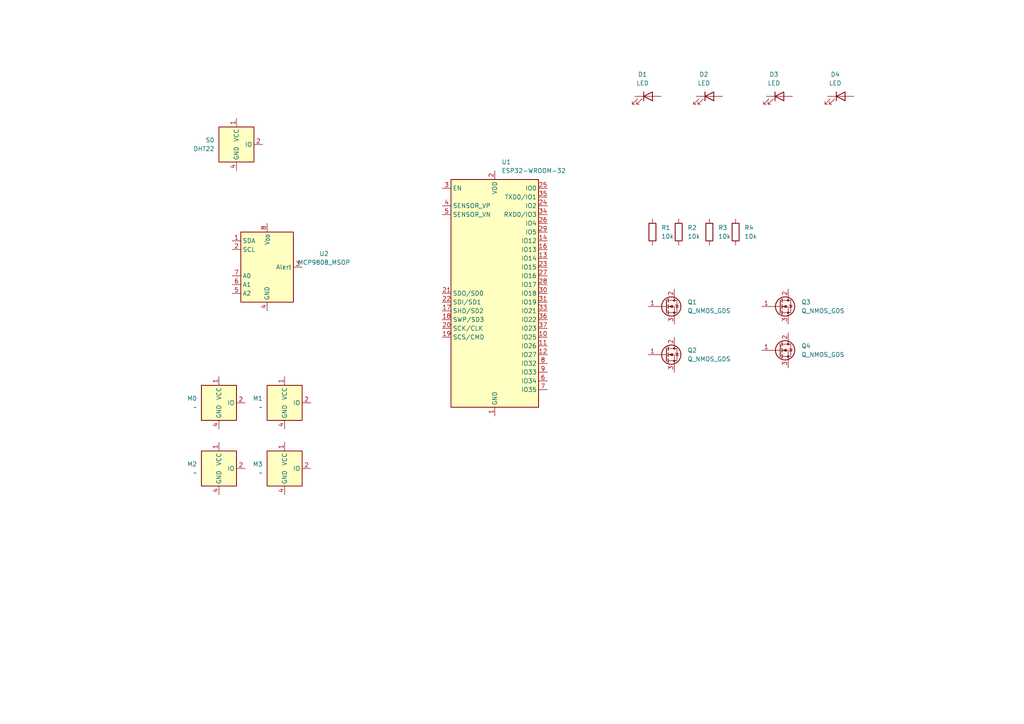
<source format=kicad_sch>
(kicad_sch (version 20230121) (generator eeschema)
  (paper "A4")
  (lib_symbols
    (symbol "Device:LED" (pin_numbers hide) (pin_names (offset 1.016) hide)
      (property "Reference" "D" (at 0 2.54 0))
      (property "Value" "LED" (at 0 -2.54 0))
      (symbol "LED_0_1"
        (polyline (pts (xy -1.27 -1.27) (xy -1.27 1.27)) (stroke (width 0.254)))
        (polyline (pts (xy -1.27 0) (xy 1.27 0)))
        (polyline (pts (xy 1.27 -1.27) (xy 1.27 1.27) (xy -1.27 0) (xy 1.27 -1.27)) (stroke (width 0.254)))
        (polyline (pts (xy -3.048 -0.762) (xy -4.572 -2.286) (xy -3.81 -2.286) (xy -4.572 -2.286) (xy -4.572 -1.524)))
        (polyline (pts (xy -1.778 -0.762) (xy -3.302 -2.286) (xy -2.54 -2.286) (xy -3.302 -2.286) (xy -3.302 -1.524)))
      )
      (symbol "LED_1_1"
        (pin passive line (at -3.81 0 0) (length 2.54) (name "K") (number "1"))
        (pin passive line (at 3.81 0 180) (length 2.54) (name "A") (number "2"))
      )
    )
    (symbol "Device:Q_NMOS_GDS" (pin_names (offset 0) hide)
      (property "Reference" "Q" (at 5.08 1.27 0))
      (property "Value" "Q_NMOS_GDS" (at 5.08 -1.27 0))
      (symbol "Q_NMOS_GDS_0_1"
        (polyline (pts (xy 0.254 0) (xy -2.54 0)))
        (polyline (pts (xy 0.254 1.905) (xy 0.254 -1.905)) (stroke (width 0.254)))
        (polyline (pts (xy 0.762 -1.27) (xy 0.762 -2.286)) (stroke (width 0.254)))
        (polyline (pts (xy 0.762 0.508) (xy 0.762 -0.508)) (stroke (width 0.254)))
        (polyline (pts (xy 0.762 2.286) (xy 0.762 1.27)) (stroke (width 0.254)))
        (polyline (pts (xy 2.54 2.54) (xy 2.54 1.778)))
        (polyline (pts (xy 2.54 -2.54) (xy 2.54 0) (xy 0.762 0)))
        (polyline (pts (xy 0.762 -1.778) (xy 3.302 -1.778) (xy 3.302 1.778) (xy 0.762 1.778)))
        (polyline (pts (xy 1.016 0) (xy 2.032 0.381) (xy 2.032 -0.381) (xy 1.016 0)) (fill (type outline)))
        (polyline (pts (xy 2.794 0.508) (xy 2.921 0.381) (xy 3.683 0.381) (xy 3.81 0.254)))
        (polyline (pts (xy 3.302 0.381) (xy 2.921 -0.254) (xy 3.683 -0.254) (xy 3.302 0.381)))
        (circle (center 1.651 0) (radius 2.794) (stroke (width 0.254)))
        (circle (center 2.54 -1.778) (radius 0.254) (fill (type outline)))
        (circle (center 2.54 1.778) (radius 0.254) (fill (type outline)))
      )
      (symbol "Q_NMOS_GDS_1_1"
        (pin input line (at -5.08 0 0) (length 2.54) (name "G") (number "1"))
        (pin passive line (at 2.54 5.08 270) (length 2.54) (name "D") (number "2"))
        (pin passive line (at 2.54 -5.08 90) (length 2.54) (name "S") (number "3"))
      )
    )
    (symbol "Device:R" (pin_numbers hide) (pin_names (offset 0))
      (property "Reference" "R" (at 2.032 0 90))
      (property "Value" "R" (at 0 0 90))
      (symbol "R_0_1"
        (rectangle (start -1.016 -2.54) (end 1.016 2.54) (stroke (width 0.254)))
      )
      (symbol "R_1_1"
        (pin passive line (at 0 3.81 270) (length 1.27) (name "~") (number "1"))
        (pin passive line (at 0 -3.81 90) (length 1.27) (name "~") (number "2"))
      )
    )
    (symbol "RF_Module:ESP32-WROOM-32"
      (property "Reference" "U" (at -12.7 34.29 0))
      (property "Value" "ESP32-WROOM-32" (at 1.27 34.29 0))
      (symbol "ESP32-WROOM-32_0_1"
        (rectangle (start -12.7 33.02) (end 12.7 -33.02) (stroke (width 0.254)) (fill (type background)))
      )
      (symbol "ESP32-WROOM-32_1_1"
        (pin power_in line (at 0 -35.56 90) (length 2.54) (name "GND") (number "1"))
        (pin bidirectional line (at 15.24 -12.7 180) (length 2.54) (name "IO25") (number "10"))
        (pin bidirectional line (at 15.24 -15.24 180) (length 2.54) (name "IO26") (number "11"))
        (pin bidirectional line (at 15.24 -17.78 180) (length 2.54) (name "IO27") (number "12"))
        (pin bidirectional line (at 15.24 10.16 180) (length 2.54) (name "IO14") (number "13"))
        (pin bidirectional line (at 15.24 15.24 180) (length 2.54) (name "IO12") (number "14"))
        (pin passive line (at 0 -35.56 90) (length 2.54) hide (name "GND") (number "15"))
        (pin bidirectional line (at 15.24 12.7 180) (length 2.54) (name "IO13") (number "16"))
        (pin bidirectional line (at -15.24 -5.08 0) (length 2.54) (name "SHD/SD2") (number "17"))
        (pin bidirectional line (at -15.24 -7.62 0) (length 2.54) (name "SWP/SD3") (number "18"))
        (pin bidirectional line (at -15.24 -12.7 0) (length 2.54) (name "SCS/CMD") (number "19"))
        (pin power_in line (at 0 35.56 270) (length 2.54) (name "VDD") (number "2"))
        (pin bidirectional line (at -15.24 -10.16 0) (length 2.54) (name "SCK/CLK") (number "20"))
        (pin bidirectional line (at -15.24 0 0) (length 2.54) (name "SDO/SD0") (number "21"))
        (pin bidirectional line (at -15.24 -2.54 0) (length 2.54) (name "SDI/SD1") (number "22"))
        (pin bidirectional line (at 15.24 7.62 180) (length 2.54) (name "IO15") (number "23"))
        (pin bidirectional line (at 15.24 25.4 180) (length 2.54) (name "IO2") (number "24"))
        (pin bidirectional line (at 15.24 30.48 180) (length 2.54) (name "IO0") (number "25"))
        (pin bidirectional line (at 15.24 20.32 180) (length 2.54) (name "IO4") (number "26"))
        (pin bidirectional line (at 15.24 5.08 180) (length 2.54) (name "IO16") (number "27"))
        (pin bidirectional line (at 15.24 2.54 180) (length 2.54) (name "IO17") (number "28"))
        (pin bidirectional line (at 15.24 17.78 180) (length 2.54) (name "IO5") (number "29"))
        (pin input line (at -15.24 30.48 0) (length 2.54) (name "EN") (number "3"))
        (pin bidirectional line (at 15.24 0 180) (length 2.54) (name "IO18") (number "30"))
        (pin bidirectional line (at 15.24 -2.54 180) (length 2.54) (name "IO19") (number "31"))
        (pin no_connect line (at -12.7 -27.94 0) (length 2.54) hide (name "NC") (number "32"))
        (pin bidirectional line (at 15.24 -5.08 180) (length 2.54) (name "IO21") (number "33"))
        (pin bidirectional line (at 15.24 22.86 180) (length 2.54) (name "RXD0/IO3") (number "34"))
        (pin bidirectional line (at 15.24 27.94 180) (length 2.54) (name "TXD0/IO1") (number "35"))
        (pin bidirectional line (at 15.24 -7.62 180) (length 2.54) (name "IO22") (number "36"))
        (pin bidirectional line (at 15.24 -10.16 180) (length 2.54) (name "IO23") (number "37"))
        (pin passive line (at 0 -35.56 90) (length 2.54) hide (name "GND") (number "38"))
        (pin passive line (at 0 -35.56 90) (length 2.54) hide (name "GND") (number "39"))
        (pin input line (at -15.24 25.4 0) (length 2.54) (name "SENSOR_VP") (number "4"))
        (pin input line (at -15.24 22.86 0) (length 2.54) (name "SENSOR_VN") (number "5"))
        (pin input line (at 15.24 -25.4 180) (length 2.54) (name "IO34") (number "6"))
        (pin input line (at 15.24 -27.94 180) (length 2.54) (name "IO35") (number "7"))
        (pin bidirectional line (at 15.24 -20.32 180) (length 2.54) (name "IO32") (number "8"))
        (pin bidirectional line (at 15.24 -22.86 180) (length 2.54) (name "IO33") (number "9"))
      )
    )
    (symbol "Sensor:DHT11"
      (property "Reference" "U" (at -3.81 6.35 0))
      (property "Value" "DHT11" (at 3.81 6.35 0))
      (symbol "DHT11_0_1"
        (rectangle (start -5.08 5.08) (end 5.08 -5.08) (stroke (width 0.254)) (fill (type background)))
      )
      (symbol "DHT11_1_1"
        (pin power_in line (at 0 7.62 270) (length 2.54) (name "VCC") (number "1"))
        (pin bidirectional line (at 7.62 0 180) (length 2.54) (name "IO") (number "2"))
        (pin no_connect line (at -5.08 0 0) (length 2.54) hide (name "NC") (number "3"))
        (pin power_in line (at 0 -7.62 90) (length 2.54) (name "GND") (number "4"))
      )
    )
    (symbol "Sensor_Temperature:MCP9808_MSOP"
      (property "Reference" "U" (at -6.35 11.43 0))
      (property "Value" "MCP9808_MSOP" (at 10.16 11.43 0))
      (symbol "MCP9808_MSOP_0_1"
        (rectangle (start -7.62 10.16) (end 7.62 -10.16) (stroke (width 0.254)) (fill (type background)))
      )
      (symbol "MCP9808_MSOP_1_1"
        (pin bidirectional line (at -10.16 7.62 0) (length 2.54) (name "SDA") (number "1"))
        (pin input line (at -10.16 5.08 0) (length 2.54) (name "SCL") (number "2"))
        (pin output line (at 10.16 0 180) (length 2.54) (name "Alert") (number "3"))
        (pin power_in line (at 0 -12.7 90) (length 2.54) (name "GND") (number "4"))
        (pin input line (at -10.16 -7.62 0) (length 2.54) (name "A2") (number "5"))
        (pin input line (at -10.16 -5.08 0) (length 2.54) (name "A1") (number "6"))
        (pin input line (at -10.16 -2.54 0) (length 2.54) (name "A0") (number "7"))
        (pin power_in line (at 0 12.7 270) (length 2.54) (name "V_{DD}") (number "8"))
      )
    )
  )
  (symbol (lib_id "Device:LED") (at 243.84 27.94 0) (unit 1)
    (property "Reference" "D4" (at 242.2525 21.59 0))
    (property "Value" "LED" (at 242.2525 24.13 0))
  )
  (symbol (lib_id "Sensor:DHT11") (at 63.5 135.89 0) (unit 1)
    (property "Reference" "M2" (at 57.15 134.62 0) (effects (justify right)))
    (property "Value" "~" (at 57.15 137.16 0) (effects (justify right)))
    (property "Footprint" "Connector:NS-Tech_Grove_1x04_P2mm_Vertical" (effects hide))
  )
  (symbol (lib_id "Sensor:DHT11") (at 82.55 135.89 0) (unit 1)
    (property "Reference" "M3" (at 76.2 134.62 0) (effects (justify right)))
    (property "Value" "~" (at 76.2 137.16 0) (effects (justify right)))
    (property "Footprint" "Connector:NS-Tech_Grove_1x04_P2mm_Vertical" (effects hide))
  )
  (symbol (lib_id "Sensor:DHT11") (at 68.58 41.91 0) (unit 1)
    (property "Reference" "S0" (at 62.23 40.64 0) (effects (justify right)))
    (property "Value" "DHT22" (at 62.23 43.18 0) (effects (justify right)))
    (property "Footprint" "Sensor:Aosong_DHT11_5.5x12.0_P2.54mm" (effects hide))
    (property "Datasheet" "http://akizukidenshi.com/download/ds/aosong/DHT11.pdf" (effects hide))
  )
  (symbol (lib_id "Device:Q_NMOS_GDS") (at 226.06 88.9 0) (unit 1)
    (property "Reference" "Q3" (at 232.41 87.63 0) (effects (justify left)))
    (property "Value" "Q_NMOS_GDS" (at 232.41 90.17 0) (effects (justify left)))
  )
  (symbol (lib_id "Device:R") (at 205.74 67.31 0) (unit 1)
    (property "Reference" "R3" (at 208.28 66.04 0) (effects (justify left)))
    (property "Value" "10k" (at 208.28 68.58 0) (effects (justify left)))
  )
  (symbol (lib_id "Sensor:DHT11") (at 63.5 116.84 0) (unit 1)
    (property "Reference" "M0" (at 57.15 115.57 0) (effects (justify right)))
    (property "Value" "~" (at 57.15 118.11 0) (effects (justify right)))
    (property "Footprint" "Connector:NS-Tech_Grove_1x04_P2mm_Vertical" (effects hide))
  )
  (symbol (lib_id "Device:Q_NMOS_GDS") (at 226.06 101.6 0) (unit 1)
    (property "Reference" "Q4" (at 232.41 100.33 0) (effects (justify left)))
    (property "Value" "Q_NMOS_GDS" (at 232.41 102.87 0) (effects (justify left)))
  )
  (symbol (lib_id "Sensor_Temperature:MCP9808_MSOP") (at 77.47 77.47 0) (unit 1)
    (property "Reference" "U2" (at 93.98 73.5839 0))
    (property "Value" "MCP9808_MSOP" (at 93.98 76.1239 0))
    (property "Footprint" "Package_SO:MSOP-8_3x3mm_P0.65mm" (effects hide))
    (property "Datasheet" "http://ww1.microchip.com/downloads/en/DeviceDoc/22203b.pdf" (effects hide))
  )
  (symbol (lib_id "Device:R") (at 196.85 67.31 0) (unit 1)
    (property "Reference" "R2" (at 199.39 66.04 0) (effects (justify left)))
    (property "Value" "10k" (at 199.39 68.58 0) (effects (justify left)))
  )
  (symbol (lib_id "Device:LED") (at 205.74 27.94 0) (unit 1)
    (property "Reference" "D2" (at 204.1525 21.59 0))
    (property "Value" "LED" (at 204.1525 24.13 0))
  )
  (symbol (lib_id "Device:R") (at 189.23 67.31 0) (unit 1)
    (property "Reference" "R1" (at 191.77 66.04 0) (effects (justify left)))
    (property "Value" "10k" (at 191.77 68.58 0) (effects (justify left)))
  )
  (symbol (lib_id "Device:Q_NMOS_GDS") (at 193.04 102.87 0) (unit 1)
    (property "Reference" "Q2" (at 199.39 101.6 0) (effects (justify left)))
    (property "Value" "Q_NMOS_GDS" (at 199.39 104.14 0) (effects (justify left)))
  )
  (symbol (lib_id "Sensor:DHT11") (at 82.55 116.84 0) (unit 1)
    (property "Reference" "M1" (at 76.2 115.57 0) (effects (justify right)))
    (property "Value" "~" (at 76.2 118.11 0) (effects (justify right)))
    (property "Footprint" "Connector:NS-Tech_Grove_1x04_P2mm_Vertical" (effects hide))
  )
  (symbol (lib_id "Device:LED") (at 226.06 27.94 0) (unit 1)
    (property "Reference" "D3" (at 224.4725 21.59 0))
    (property "Value" "LED" (at 224.4725 24.13 0))
  )
  (symbol (lib_id "Device:Q_NMOS_GDS") (at 193.04 88.9 0) (unit 1)
    (property "Reference" "Q1" (at 199.39 87.63 0) (effects (justify left)))
    (property "Value" "Q_NMOS_GDS" (at 199.39 90.17 0) (effects (justify left)))
  )
  (symbol (lib_id "Device:R") (at 213.36 67.31 0) (unit 1)
    (property "Reference" "R4" (at 215.9 66.04 0) (effects (justify left)))
    (property "Value" "10k" (at 215.9 68.58 0) (effects (justify left)))
  )
  (symbol (lib_id "Device:LED") (at 187.96 27.94 0) (unit 1)
    (property "Reference" "D1" (at 186.3725 21.59 0))
    (property "Value" "LED" (at 186.3725 24.13 0))
  )
  (symbol (lib_id "RF_Module:ESP32-WROOM-32") (at 143.51 85.09 0) (unit 1)
    (property "Reference" "U1" (at 145.4659 46.99 0) (effects (justify left)))
    (property "Value" "ESP32-WROOM-32" (at 145.4659 49.53 0) (effects (justify left)))
    (property "Footprint" "RF_Module:ESP32-WROOM-32" (effects hide))
    (property "Datasheet" "https://www.espressif.com/sites/default/files/documentation/esp32-wroom-32_datasheet_en.pdf" (effects hide))
  )
)
</source>
